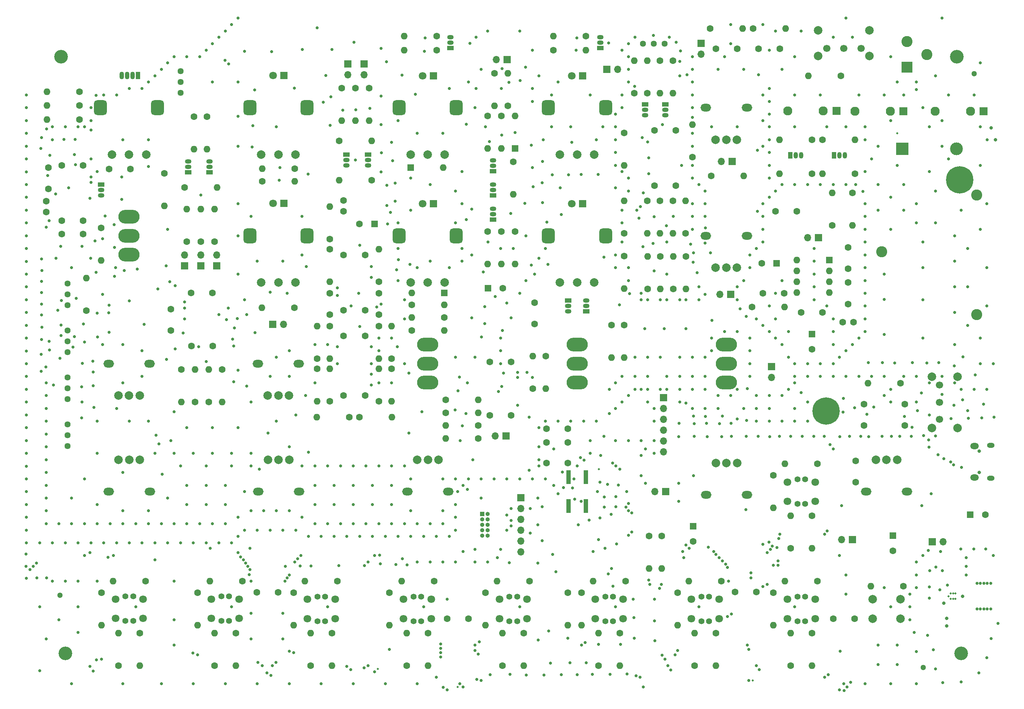
<source format=gbr>
%TF.GenerationSoftware,KiCad,Pcbnew,(6.0.10-0)*%
%TF.CreationDate,2023-01-28T16:50:53+01:00*%
%TF.ProjectId,LivSynth_Hardware,4c697653-796e-4746-985f-486172647761,0v2*%
%TF.SameCoordinates,Original*%
%TF.FileFunction,Soldermask,Top*%
%TF.FilePolarity,Negative*%
%FSLAX46Y46*%
G04 Gerber Fmt 4.6, Leading zero omitted, Abs format (unit mm)*
G04 Created by KiCad (PCBNEW (6.0.10-0)) date 2023-01-28 16:50:53*
%MOMM*%
%LPD*%
G01*
G04 APERTURE LIST*
G04 Aperture macros list*
%AMRoundRect*
0 Rectangle with rounded corners*
0 $1 Rounding radius*
0 $2 $3 $4 $5 $6 $7 $8 $9 X,Y pos of 4 corners*
0 Add a 4 corners polygon primitive as box body*
4,1,4,$2,$3,$4,$5,$6,$7,$8,$9,$2,$3,0*
0 Add four circle primitives for the rounded corners*
1,1,$1+$1,$2,$3*
1,1,$1+$1,$4,$5*
1,1,$1+$1,$6,$7*
1,1,$1+$1,$8,$9*
0 Add four rect primitives between the rounded corners*
20,1,$1+$1,$2,$3,$4,$5,0*
20,1,$1+$1,$4,$5,$6,$7,0*
20,1,$1+$1,$6,$7,$8,$9,0*
20,1,$1+$1,$8,$9,$2,$3,0*%
G04 Aperture macros list end*
%ADD10C,1.800000*%
%ADD11C,1.400000*%
%ADD12O,5.000000X3.200000*%
%ADD13C,1.440000*%
%ADD14C,3.600000*%
%ADD15C,6.400000*%
%ADD16C,2.000000*%
%ADD17O,2.500000X1.800000*%
%ADD18R,1.000000X1.000000*%
%ADD19O,1.000000X1.000000*%
%ADD20RoundRect,0.750000X-0.750000X-1.000000X0.750000X-1.000000X0.750000X1.000000X-0.750000X1.000000X0*%
%ADD21R,1.700000X1.700000*%
%ADD22O,1.700000X1.700000*%
%ADD23C,1.300000*%
%ADD24R,1.830000X1.930000*%
%ADD25C,2.130000*%
%ADD26C,3.200000*%
%ADD27R,1.000000X3.200000*%
%ADD28C,1.600000*%
%ADD29O,1.600000X1.600000*%
%ADD30R,1.800000X1.800000*%
%ADD31R,1.050000X1.500000*%
%ADD32O,1.050000X1.500000*%
%ADD33R,1.500000X1.050000*%
%ADD34O,1.500000X1.050000*%
%ADD35C,2.600000*%
%ADD36R,3.000000X3.000000*%
%ADD37C,3.000000*%
%ADD38O,0.800000X0.800000*%
%ADD39O,1.800000X1.150000*%
%ADD40O,2.000000X1.450000*%
%ADD41R,1.600000X1.600000*%
%ADD42C,1.700000*%
%ADD43R,2.600000X2.600000*%
%ADD44R,1.070000X1.800000*%
%ADD45O,1.070000X1.800000*%
%ADD46C,0.700000*%
%ADD47C,0.800000*%
%ADD48C,0.460000*%
G04 APERTURE END LIST*
D10*
%TO.C,RGB_Pot6*%
X191750000Y-205250000D03*
X198250000Y-205250000D03*
X191750000Y-209750000D03*
X198250000Y-209750000D03*
D11*
X194100000Y-204600000D03*
X195900000Y-204600000D03*
X195900000Y-210400000D03*
X194100000Y-210400000D03*
%TD*%
D12*
%TO.C,SW2*%
X174949200Y-154450000D03*
X174949200Y-150000000D03*
X174949200Y-145550000D03*
%TD*%
D10*
%TO.C,RGB_Pot5*%
X169250000Y-205250000D03*
X175750000Y-205250000D03*
X169250000Y-209750000D03*
X175750000Y-209750000D03*
D11*
X171600000Y-204600000D03*
X173400000Y-204600000D03*
X173400000Y-210400000D03*
X171600000Y-210400000D03*
%TD*%
D13*
%TO.C,RV17*%
X90500000Y-164200000D03*
X90500000Y-166740000D03*
X90500000Y-169280000D03*
%TD*%
D14*
%TO.C,LS1*%
X268350000Y-161106595D03*
D15*
X268350000Y-161106595D03*
D14*
X299650000Y-106893405D03*
D15*
X299650000Y-106893405D03*
%TD*%
D10*
%TO.C,RGB_Pot3*%
X124250000Y-205178932D03*
X130750000Y-205178932D03*
X124250000Y-209678932D03*
X130750000Y-209678932D03*
D11*
X126600000Y-204528932D03*
X128400000Y-204528932D03*
X128400000Y-210328932D03*
X126600000Y-210328932D03*
%TD*%
D16*
%TO.C,SW5*%
X279250000Y-205250000D03*
X285750000Y-205250000D03*
X279250000Y-209750000D03*
X285750000Y-209750000D03*
%TD*%
D13*
%TO.C,RV16*%
X90500000Y-153200000D03*
X90500000Y-155740000D03*
X90500000Y-158280000D03*
%TD*%
D16*
%TO.C,RV21*%
X247500000Y-173250000D03*
X245000000Y-173250000D03*
X242500000Y-173250000D03*
D17*
X249800000Y-180750000D03*
X240200000Y-180750000D03*
%TD*%
D16*
%TO.C,RV19*%
X142500000Y-172500000D03*
X140000000Y-172500000D03*
X137500000Y-172500000D03*
D17*
X144800000Y-180000000D03*
X135200000Y-180000000D03*
%TD*%
D16*
%TO.C,RV14*%
X102449200Y-157500000D03*
X104949200Y-157500000D03*
X107449200Y-157500000D03*
D17*
X100149200Y-150000000D03*
X109749200Y-150000000D03*
%TD*%
D13*
%TO.C,RV12*%
X90500000Y-142200000D03*
X90500000Y-144740000D03*
X90500000Y-147280000D03*
%TD*%
D18*
%TO.C,J302*%
X187750000Y-185250000D03*
D19*
X189020000Y-185250000D03*
X187750000Y-186520000D03*
X189020000Y-186520000D03*
X187750000Y-187790000D03*
X189020000Y-187790000D03*
X187750000Y-189060000D03*
X189020000Y-189060000D03*
X187750000Y-190330000D03*
X189020000Y-190330000D03*
%TD*%
D16*
%TO.C,RV5*%
X205949200Y-101000000D03*
X209949200Y-101000000D03*
X213949200Y-101000000D03*
D20*
X203249200Y-90000000D03*
X216649200Y-90000000D03*
%TD*%
D13*
%TO.C,RV1001*%
X230460000Y-75000000D03*
X227920000Y-75000000D03*
X225380000Y-75000000D03*
%TD*%
D16*
%TO.C,RV15*%
X137449200Y-157500000D03*
X139949200Y-157500000D03*
X142449200Y-157500000D03*
D17*
X135149200Y-150000000D03*
X144749200Y-150000000D03*
%TD*%
D16*
%TO.C,RV6*%
X242449200Y-97500000D03*
X244949200Y-97500000D03*
X247449200Y-97500000D03*
D17*
X240149200Y-90000000D03*
X249749200Y-90000000D03*
%TD*%
D16*
%TO.C,RV4*%
X170949200Y-101000000D03*
X174949200Y-101000000D03*
X178949200Y-101000000D03*
D20*
X168249200Y-90000000D03*
X181649200Y-90000000D03*
%TD*%
D12*
%TO.C,SW4*%
X244949200Y-154450000D03*
X244949200Y-150000000D03*
X244949200Y-145550000D03*
%TD*%
D21*
%TO.C,J19*%
X196750000Y-181400000D03*
D22*
X196750000Y-183940000D03*
X196750000Y-186480000D03*
X196750000Y-189020000D03*
X196750000Y-191560000D03*
X196750000Y-194100000D03*
%TD*%
D16*
%TO.C,RV11*%
X242449200Y-127500000D03*
X244949200Y-127500000D03*
X247449200Y-127500000D03*
D17*
X240149200Y-120000000D03*
X249749200Y-120000000D03*
%TD*%
D12*
%TO.C,SW3*%
X209949200Y-145550000D03*
X209949200Y-150000000D03*
X209949200Y-154450000D03*
%TD*%
D23*
%TO.C,H201*%
X88750000Y-204250000D03*
%TD*%
D16*
%TO.C,RV18*%
X107500000Y-172500000D03*
X105000000Y-172500000D03*
X102500000Y-172500000D03*
D17*
X109800000Y-180000000D03*
X100200000Y-180000000D03*
%TD*%
D16*
%TO.C,RV22*%
X285000000Y-172500000D03*
X282500000Y-172500000D03*
X280000000Y-172500000D03*
D17*
X287300000Y-180000000D03*
X277700000Y-180000000D03*
%TD*%
D16*
%TO.C,RV7*%
X135949200Y-131000000D03*
X139949200Y-131000000D03*
X143949200Y-131000000D03*
D20*
X133249200Y-120000000D03*
X146649200Y-120000000D03*
%TD*%
D16*
%TO.C,RV8*%
X170949200Y-131000000D03*
X174949200Y-131000000D03*
X178949200Y-131000000D03*
D20*
X168249200Y-120000000D03*
X181649200Y-120000000D03*
%TD*%
D16*
%TO.C,RV1*%
X100949200Y-101000000D03*
X104949200Y-101000000D03*
X108949200Y-101000000D03*
D20*
X98249200Y-90000000D03*
X111649200Y-90000000D03*
%TD*%
D24*
%TO.C,J1*%
X305279540Y-90800000D03*
D25*
X302179540Y-90800000D03*
X293879540Y-90800000D03*
%TD*%
D10*
%TO.C,RGB_Pot7*%
X236750000Y-205250000D03*
X243250000Y-205250000D03*
X236750000Y-209750000D03*
X243250000Y-209750000D03*
D11*
X239100000Y-204600000D03*
X240900000Y-204600000D03*
X240900000Y-210400000D03*
X239100000Y-210400000D03*
%TD*%
D24*
%TO.C,J2*%
X270779540Y-90700000D03*
D25*
X267679540Y-90700000D03*
X259379540Y-90700000D03*
%TD*%
D26*
%TO.C,H2*%
X299000000Y-78015000D03*
%TD*%
D24*
%TO.C,J3*%
X286479540Y-90800000D03*
D25*
X283379540Y-90800000D03*
X275079540Y-90800000D03*
%TD*%
D10*
%TO.C,RGB_Pot1*%
X259250000Y-177750000D03*
X265750000Y-177750000D03*
X259250000Y-182250000D03*
X265750000Y-182250000D03*
D11*
X261600000Y-177100000D03*
X263400000Y-177100000D03*
X263400000Y-182900000D03*
X261600000Y-182900000D03*
%TD*%
D16*
%TO.C,RV3*%
X135949200Y-101000000D03*
X139949200Y-101000000D03*
X143949200Y-101000000D03*
D20*
X133249200Y-90000000D03*
X146649200Y-90000000D03*
%TD*%
D13*
%TO.C,RV2*%
X117000000Y-81420000D03*
X117000000Y-83960000D03*
X117000000Y-86500000D03*
%TD*%
D16*
%TO.C,RV20*%
X177500000Y-172500000D03*
X175000000Y-172500000D03*
X172500000Y-172500000D03*
D17*
X179800000Y-180000000D03*
X170200000Y-180000000D03*
%TD*%
D26*
%TO.C,H1*%
X89000000Y-78015000D03*
%TD*%
D10*
%TO.C,RGB_Pot9*%
X259250000Y-205250000D03*
X265750000Y-205250000D03*
X259250000Y-209750000D03*
X265750000Y-209750000D03*
D11*
X261600000Y-204600000D03*
X263400000Y-204600000D03*
X263400000Y-210400000D03*
X261600000Y-210400000D03*
%TD*%
D16*
%TO.C,RV9*%
X205949200Y-131000000D03*
X209949200Y-131000000D03*
X213949200Y-131000000D03*
D20*
X203249200Y-120000000D03*
X216649200Y-120000000D03*
%TD*%
D21*
%TO.C,J4*%
X255500000Y-150725000D03*
D22*
X255500000Y-153265000D03*
%TD*%
D10*
%TO.C,RGB_Pot4*%
X146750000Y-205250000D03*
X153250000Y-205250000D03*
X146750000Y-209750000D03*
X153250000Y-209750000D03*
D11*
X149100000Y-204600000D03*
X150900000Y-204600000D03*
X150900000Y-210400000D03*
X149100000Y-210400000D03*
%TD*%
D10*
%TO.C,RGB_Pot2*%
X101750000Y-205178932D03*
X108250000Y-205178932D03*
X101750000Y-209678932D03*
X108250000Y-209678932D03*
D11*
X104100000Y-204528932D03*
X105900000Y-204528932D03*
X105900000Y-210328932D03*
X104100000Y-210328932D03*
%TD*%
D13*
%TO.C,RV13*%
X90500000Y-131220000D03*
X90500000Y-133760000D03*
X90500000Y-136300000D03*
%TD*%
D27*
%TO.C,SW8*%
X212000000Y-176600000D03*
X212000000Y-183400000D03*
X208000000Y-183400000D03*
X208000000Y-176600000D03*
%TD*%
D26*
%TO.C,H4*%
X300000000Y-217928932D03*
%TD*%
D12*
%TO.C,SW1*%
X104898400Y-124450000D03*
X104898400Y-120000000D03*
X104898400Y-115550000D03*
%TD*%
D26*
%TO.C,H3*%
X90000000Y-217928932D03*
%TD*%
D23*
%TO.C,H202*%
X303000000Y-82000000D03*
%TD*%
D10*
%TO.C,RGB_Pot8*%
X214250000Y-205250000D03*
X220750000Y-205250000D03*
X214250000Y-209750000D03*
X220750000Y-209750000D03*
D11*
X216600000Y-204600000D03*
X218400000Y-204600000D03*
X218400000Y-210400000D03*
X216600000Y-210400000D03*
%TD*%
D23*
%TO.C,H203*%
X291100000Y-221200000D03*
%TD*%
D28*
%TO.C,R65*%
X229400000Y-111790000D03*
D29*
X229400000Y-119410000D03*
%TD*%
D30*
%TO.C,D10*%
X141275000Y-112450000D03*
D10*
X138735000Y-112450000D03*
%TD*%
D28*
%TO.C,R91*%
X163500000Y-158810000D03*
D29*
X163500000Y-151190000D03*
%TD*%
D28*
%TO.C,C52*%
X275250000Y-172750000D03*
X275250000Y-177750000D03*
%TD*%
%TO.C,R89*%
X149000000Y-151190000D03*
D29*
X149000000Y-158810000D03*
%TD*%
D21*
%TO.C,J11*%
X266525000Y-120500000D03*
D22*
X263985000Y-120500000D03*
%TD*%
D28*
%TO.C,R86*%
X179190000Y-161500000D03*
D29*
X186810000Y-161500000D03*
%TD*%
D28*
%TO.C,R702*%
X120400000Y-159010000D03*
D29*
X120400000Y-151390000D03*
%TD*%
D28*
%TO.C,C4*%
X233100000Y-108275000D03*
X228100000Y-108275000D03*
%TD*%
%TO.C,R19*%
X221000000Y-119420000D03*
D29*
X221000000Y-111800000D03*
%TD*%
D28*
%TO.C,R105*%
X143500000Y-203690000D03*
D29*
X143500000Y-211310000D03*
%TD*%
D28*
%TO.C,R127*%
X102500000Y-220810000D03*
D29*
X102500000Y-213190000D03*
%TD*%
D28*
%TO.C,R34*%
X269750000Y-117560000D03*
D29*
X269750000Y-109940000D03*
%TD*%
D28*
%TO.C,R20*%
X232410000Y-78940000D03*
D29*
X232410000Y-86560000D03*
%TD*%
D28*
%TO.C,C53*%
X247000000Y-203500000D03*
X252000000Y-203500000D03*
%TD*%
%TO.C,C301*%
X207810000Y-168500000D03*
X202810000Y-168500000D03*
%TD*%
%TO.C,C41*%
X160250000Y-157500000D03*
X155250000Y-157500000D03*
%TD*%
%TO.C,R124*%
X147500000Y-220810000D03*
D29*
X147500000Y-213190000D03*
%TD*%
D31*
%TO.C,Q3*%
X270230000Y-101140000D03*
D32*
X271500000Y-101140000D03*
X272770000Y-101140000D03*
%TD*%
D28*
%TO.C,R3*%
X223410000Y-86560000D03*
D29*
X223410000Y-78940000D03*
%TD*%
D28*
%TO.C,C7*%
X273500000Y-122750000D03*
X273500000Y-127750000D03*
%TD*%
%TO.C,C210*%
X252500000Y-76200000D03*
X257500000Y-76200000D03*
%TD*%
%TO.C,R107*%
X131500000Y-201000000D03*
D29*
X123880000Y-201000000D03*
%TD*%
D28*
%TO.C,R9*%
X93310000Y-92750000D03*
D29*
X85690000Y-92750000D03*
%TD*%
D28*
%TO.C,R64*%
X199600000Y-155810000D03*
D29*
X199600000Y-148190000D03*
%TD*%
D28*
%TO.C,R16*%
X265060000Y-105500000D03*
D29*
X257440000Y-105500000D03*
%TD*%
D28*
%TO.C,R101*%
X198810000Y-201000000D03*
D29*
X191190000Y-201000000D03*
%TD*%
D28*
%TO.C,R81*%
X265000000Y-185690000D03*
D29*
X265000000Y-193310000D03*
%TD*%
D33*
%TO.C,Q13*%
X118800000Y-105100000D03*
D34*
X118800000Y-103830000D03*
X118800000Y-102560000D03*
%TD*%
D33*
%TO.C,Q502*%
X190240000Y-116220000D03*
D34*
X190240000Y-114950000D03*
X190240000Y-113680000D03*
%TD*%
D28*
%TO.C,R37*%
X221000000Y-95890000D03*
D29*
X221000000Y-103510000D03*
%TD*%
D28*
%TO.C,R95*%
X266310000Y-201000000D03*
D29*
X258690000Y-201000000D03*
%TD*%
D35*
%TO.C,BT1*%
X303600000Y-138500000D03*
X281400000Y-123750000D03*
X303600000Y-110500000D03*
D36*
X286150000Y-99600000D03*
D37*
X298850000Y-99600000D03*
%TD*%
D28*
%TO.C,R52*%
X143810000Y-104250000D03*
D29*
X136190000Y-104250000D03*
%TD*%
D33*
%TO.C,Q5*%
X225910000Y-89230000D03*
D34*
X225910000Y-90500000D03*
X225910000Y-91770000D03*
%TD*%
D28*
%TO.C,R122*%
X170000000Y-220810000D03*
D29*
X170000000Y-213190000D03*
%TD*%
D28*
%TO.C,C54*%
X139887500Y-203625000D03*
X134887500Y-203625000D03*
%TD*%
%TO.C,R57*%
X229500000Y-124885000D03*
D29*
X229500000Y-132505000D03*
%TD*%
D28*
%TO.C,R301*%
X207750000Y-203690000D03*
D29*
X207750000Y-211310000D03*
%TD*%
D28*
%TO.C,R69*%
X178810000Y-139200000D03*
D29*
X171190000Y-139200000D03*
%TD*%
D28*
%TO.C,R123*%
X152500000Y-213190000D03*
D29*
X152500000Y-220810000D03*
%TD*%
D28*
%TO.C,C39*%
X194500000Y-162100000D03*
X189500000Y-162100000D03*
%TD*%
%TO.C,R113*%
X260000000Y-220810000D03*
D29*
X260000000Y-213190000D03*
%TD*%
D28*
%TO.C,R103*%
X188500000Y-203690000D03*
D29*
X188500000Y-211310000D03*
%TD*%
D28*
%TO.C,R33*%
X274500000Y-109940000D03*
D29*
X274500000Y-117560000D03*
%TD*%
D38*
%TO.C,J16*%
X304200000Y-170495000D03*
X304200000Y-175495000D03*
D39*
X306950000Y-176870000D03*
X306950000Y-169120000D03*
D40*
X303150000Y-176720000D03*
X303150000Y-169270000D03*
%TD*%
D33*
%TO.C,Q12*%
X123800000Y-105100000D03*
D34*
X123800000Y-103830000D03*
X123800000Y-102560000D03*
%TD*%
D28*
%TO.C,R201*%
X271760000Y-82500000D03*
D29*
X264140000Y-82500000D03*
%TD*%
D21*
%TO.C,J10*%
X246275000Y-102595000D03*
D22*
X243735000Y-102595000D03*
%TD*%
D28*
%TO.C,R118*%
X215000000Y-220810000D03*
D29*
X215000000Y-213190000D03*
%TD*%
D28*
%TO.C,R87*%
X166500000Y-151190000D03*
D29*
X166500000Y-158810000D03*
%TD*%
D28*
%TO.C,R100*%
X211000000Y-203690000D03*
D29*
X211000000Y-211310000D03*
%TD*%
D28*
%TO.C,R15*%
X265060000Y-97500000D03*
D29*
X257440000Y-97500000D03*
%TD*%
D21*
%TO.C,J8*%
X156250000Y-79725000D03*
D22*
X156250000Y-82265000D03*
%TD*%
D41*
%TO.C,D8*%
X178810000Y-133450000D03*
D29*
X171190000Y-133450000D03*
%TD*%
D28*
%TO.C,R58*%
X226500000Y-132505000D03*
D29*
X226500000Y-124885000D03*
%TD*%
D28*
%TO.C,R17*%
X229410000Y-78940000D03*
D29*
X229410000Y-86560000D03*
%TD*%
D21*
%TO.C,J204*%
X274525000Y-191250000D03*
D22*
X271985000Y-191250000D03*
%TD*%
D41*
%TO.C,C11*%
X162457953Y-117250000D03*
D28*
X158957953Y-117250000D03*
%TD*%
%TO.C,C2*%
X261500000Y-114250000D03*
X256500000Y-114250000D03*
%TD*%
%TO.C,R62*%
X235400000Y-119410000D03*
D29*
X235400000Y-111790000D03*
%TD*%
D28*
%TO.C,R51*%
X125000000Y-121410000D03*
D29*
X125000000Y-113790000D03*
%TD*%
D33*
%TO.C,Q9*%
X160970000Y-100980000D03*
D34*
X160970000Y-102250000D03*
X160970000Y-103520000D03*
%TD*%
D21*
%TO.C,J13*%
X121750000Y-127100000D03*
D22*
X121750000Y-124560000D03*
%TD*%
D28*
%TO.C,R61*%
X202600000Y-148190000D03*
D29*
X202600000Y-155810000D03*
%TD*%
D28*
%TO.C,C10*%
X124500000Y-133400000D03*
X119500000Y-133400000D03*
%TD*%
%TO.C,R32*%
X113200000Y-105400000D03*
D29*
X113200000Y-113020000D03*
%TD*%
D28*
%TO.C,C29*%
X160250000Y-137500000D03*
X155250000Y-137500000D03*
%TD*%
%TO.C,R14*%
X275060000Y-105500000D03*
D29*
X267440000Y-105500000D03*
%TD*%
D28*
%TO.C,R73*%
X171190000Y-136200000D03*
D29*
X178810000Y-136200000D03*
%TD*%
D28*
%TO.C,R125*%
X130000000Y-213190000D03*
D29*
X130000000Y-220810000D03*
%TD*%
D21*
%TO.C,J12*%
X125500000Y-127100000D03*
D22*
X125500000Y-124560000D03*
%TD*%
D28*
%TO.C,C38*%
X270000000Y-209750000D03*
X275000000Y-209750000D03*
%TD*%
%TO.C,C18*%
X94200000Y-116500000D03*
X89200000Y-116500000D03*
%TD*%
D16*
%TO.C,SW7*%
X299167500Y-165042500D03*
X299167500Y-153042500D03*
X293167500Y-165042500D03*
X293167500Y-153042500D03*
D42*
X294917500Y-155042500D03*
X294917500Y-159042500D03*
X294917500Y-163042500D03*
%TD*%
D21*
%TO.C,J203*%
X230250000Y-158000000D03*
D22*
X230250000Y-160540000D03*
X230250000Y-163080000D03*
X230250000Y-165620000D03*
X230250000Y-168160000D03*
X230250000Y-170700000D03*
%TD*%
D28*
%TO.C,R29*%
X154190000Y-97750000D03*
D29*
X161810000Y-97750000D03*
%TD*%
D41*
%TO.C,C20*%
X302147349Y-185400000D03*
D28*
X305647349Y-185400000D03*
%TD*%
%TO.C,R106*%
X153810000Y-201000000D03*
D29*
X146190000Y-201000000D03*
%TD*%
D41*
%TO.C,C22*%
X265000000Y-143097349D03*
D28*
X265000000Y-146597349D03*
%TD*%
%TO.C,R80*%
X260000000Y-193310000D03*
D29*
X260000000Y-185690000D03*
%TD*%
D28*
%TO.C,R501*%
X192200000Y-118990000D03*
D29*
X192200000Y-126610000D03*
%TD*%
D43*
%TO.C,J5*%
X287250000Y-80515000D03*
D35*
X287250000Y-74515000D03*
X291950000Y-77515000D03*
%TD*%
D28*
%TO.C,R68*%
X218000000Y-140990000D03*
D29*
X218000000Y-148610000D03*
%TD*%
D28*
%TO.C,C17*%
X86000000Y-109000000D03*
X86000000Y-104000000D03*
%TD*%
%TO.C,R22*%
X195400000Y-118990000D03*
D29*
X195400000Y-126610000D03*
%TD*%
D28*
%TO.C,R30*%
X136190000Y-107250000D03*
D29*
X143810000Y-107250000D03*
%TD*%
D33*
%TO.C,Q6*%
X230660000Y-89230000D03*
D34*
X230660000Y-90500000D03*
X230660000Y-91770000D03*
%TD*%
D28*
%TO.C,C49*%
X207810000Y-173250000D03*
X202810000Y-173250000D03*
%TD*%
%TO.C,R28*%
X158000000Y-85440000D03*
D29*
X158000000Y-93060000D03*
%TD*%
D28*
%TO.C,R41*%
X221000000Y-140980000D03*
D29*
X221000000Y-148600000D03*
%TD*%
D28*
%TO.C,R75*%
X143685000Y-136850000D03*
D29*
X136065000Y-136850000D03*
%TD*%
D28*
%TO.C,C9*%
X258500000Y-133500000D03*
X253500000Y-133500000D03*
%TD*%
D30*
%TO.C,D4*%
X141275000Y-82450000D03*
D10*
X138735000Y-82450000D03*
%TD*%
D33*
%TO.C,Q10*%
X155860000Y-101000000D03*
D34*
X155860000Y-102270000D03*
X155860000Y-103540000D03*
%TD*%
D28*
%TO.C,R40*%
X221000000Y-124790000D03*
D29*
X221000000Y-132410000D03*
%TD*%
D28*
%TO.C,C6*%
X273500000Y-136000000D03*
X273500000Y-131000000D03*
%TD*%
D21*
%TO.C,J201*%
X293250000Y-191750000D03*
D22*
X295790000Y-191750000D03*
%TD*%
D28*
%TO.C,C40*%
X114750000Y-142250000D03*
X114750000Y-137250000D03*
%TD*%
D41*
%TO.C,C51*%
X237200000Y-188147349D03*
D28*
X237200000Y-191647349D03*
%TD*%
%TO.C,R92*%
X158940000Y-162500000D03*
D29*
X166560000Y-162500000D03*
%TD*%
D33*
%TO.C,Q7*%
X190240000Y-104875000D03*
D34*
X190240000Y-103605000D03*
X190240000Y-102335000D03*
%TD*%
D28*
%TO.C,R66*%
X237000000Y-101560000D03*
D29*
X237000000Y-93940000D03*
%TD*%
D21*
%TO.C,J14*%
X138600000Y-140800000D03*
D22*
X141140000Y-140800000D03*
%TD*%
D28*
%TO.C,R53*%
X120200000Y-92090000D03*
D29*
X120200000Y-99710000D03*
%TD*%
D28*
%TO.C,R6*%
X177060000Y-76500000D03*
D29*
X169440000Y-76500000D03*
%TD*%
D28*
%TO.C,R23*%
X189000000Y-91915000D03*
D29*
X189000000Y-99535000D03*
%TD*%
D28*
%TO.C,C30*%
X152000000Y-138500000D03*
X152000000Y-133500000D03*
%TD*%
%TO.C,C21*%
X262500000Y-138000000D03*
X267500000Y-138000000D03*
%TD*%
%TO.C,R13*%
X267440000Y-97500000D03*
D29*
X275060000Y-97500000D03*
%TD*%
D21*
%TO.C,J301*%
X230775000Y-180000000D03*
D22*
X228235000Y-180000000D03*
%TD*%
D28*
%TO.C,R121*%
X192500000Y-220810000D03*
D29*
X192500000Y-213190000D03*
%TD*%
D28*
%TO.C,R102*%
X176500000Y-201000000D03*
D29*
X168880000Y-201000000D03*
%TD*%
D30*
%TO.C,D6*%
X211275000Y-112500000D03*
D10*
X208735000Y-112500000D03*
%TD*%
D28*
%TO.C,C42*%
X179500000Y-209750000D03*
X184500000Y-209750000D03*
%TD*%
D30*
%TO.C,D9*%
X176275000Y-112500000D03*
D10*
X173735000Y-112500000D03*
%TD*%
D28*
%TO.C,R24*%
X195000000Y-102690000D03*
D29*
X195000000Y-110310000D03*
%TD*%
D28*
%TO.C,R206*%
X241190000Y-71450000D03*
D29*
X248810000Y-71450000D03*
%TD*%
D28*
%TO.C,R704*%
X126800000Y-151390000D03*
D29*
X126800000Y-159010000D03*
%TD*%
D28*
%TO.C,R63*%
X232500000Y-132505000D03*
D29*
X232500000Y-124885000D03*
%TD*%
D28*
%TO.C,C16*%
X85500000Y-111950000D03*
X85500000Y-114450000D03*
%TD*%
%TO.C,C209*%
X242500000Y-76200000D03*
X247500000Y-76200000D03*
%TD*%
%TO.C,C34*%
X277250000Y-164500000D03*
X277250000Y-159500000D03*
%TD*%
%TO.C,R88*%
X152000000Y-158810000D03*
D29*
X152000000Y-151190000D03*
%TD*%
D21*
%TO.C,J7*%
X193525000Y-78750000D03*
D22*
X190985000Y-78750000D03*
%TD*%
D28*
%TO.C,R93*%
X285810000Y-154600000D03*
D29*
X278190000Y-154600000D03*
%TD*%
D28*
%TO.C,R77*%
X152000000Y-141190000D03*
D29*
X152000000Y-148810000D03*
%TD*%
D28*
%TO.C,R126*%
X125000000Y-220810000D03*
D29*
X125000000Y-213190000D03*
%TD*%
D33*
%TO.C,Q501*%
X190240000Y-110520000D03*
D34*
X190240000Y-109250000D03*
X190240000Y-107980000D03*
%TD*%
D28*
%TO.C,TH1*%
X117990000Y-108700000D03*
D29*
X125610000Y-108700000D03*
%TD*%
D28*
%TO.C,R111*%
X229800000Y-190390000D03*
D29*
X229800000Y-198010000D03*
%TD*%
D28*
%TO.C,R82*%
X256000000Y-176190000D03*
D29*
X256000000Y-183810000D03*
%TD*%
D28*
%TO.C,R128*%
X107500000Y-213190000D03*
D29*
X107500000Y-220810000D03*
%TD*%
D28*
%TO.C,C14*%
X89200000Y-119600000D03*
X94200000Y-119600000D03*
%TD*%
%TO.C,C28*%
X155250000Y-143500000D03*
X160250000Y-143500000D03*
%TD*%
%TO.C,C27*%
X163500000Y-133500000D03*
X163500000Y-138500000D03*
%TD*%
D21*
%TO.C,J18*%
X246000000Y-133750000D03*
D22*
X243460000Y-133750000D03*
%TD*%
D28*
%TO.C,R98*%
X233500000Y-203690000D03*
D29*
X233500000Y-211310000D03*
%TD*%
D28*
%TO.C,R44*%
X163500000Y-130810000D03*
D29*
X163500000Y-123190000D03*
%TD*%
D30*
%TO.C,D3*%
X176275000Y-82500000D03*
D10*
X173735000Y-82500000D03*
%TD*%
D28*
%TO.C,R5*%
X204440000Y-76500000D03*
D29*
X212060000Y-76500000D03*
%TD*%
D28*
%TO.C,R7*%
X190630000Y-81940000D03*
D29*
X190630000Y-89560000D03*
%TD*%
D28*
%TO.C,R207*%
X251190000Y-71450000D03*
D29*
X258810000Y-71450000D03*
%TD*%
D28*
%TO.C,R70*%
X171190000Y-142200000D03*
D29*
X178810000Y-142200000D03*
%TD*%
D28*
%TO.C,R35*%
X241440000Y-106000000D03*
D29*
X249060000Y-106000000D03*
%TD*%
D41*
%TO.C,C8*%
X256750000Y-126500000D03*
D28*
X253250000Y-126500000D03*
%TD*%
%TO.C,R10*%
X93310000Y-86250000D03*
D29*
X85690000Y-86250000D03*
%TD*%
D28*
%TO.C,R83*%
X186810000Y-167500000D03*
D29*
X179190000Y-167500000D03*
%TD*%
D28*
%TO.C,R31*%
X123200000Y-92090000D03*
D29*
X123200000Y-99710000D03*
%TD*%
D28*
%TO.C,R25*%
X161250000Y-85440000D03*
D29*
X161250000Y-93060000D03*
%TD*%
D28*
%TO.C,R59*%
X250940000Y-136750000D03*
D29*
X258560000Y-136750000D03*
%TD*%
D31*
%TO.C,Q4*%
X259980000Y-101140000D03*
D32*
X261250000Y-101140000D03*
X262520000Y-101140000D03*
%TD*%
D28*
%TO.C,C37*%
X207810000Y-165250000D03*
X202810000Y-165250000D03*
%TD*%
%TO.C,C23*%
X200000000Y-135700000D03*
X200000000Y-140700000D03*
%TD*%
%TO.C,R76*%
X149000000Y-148810000D03*
D29*
X149000000Y-141190000D03*
%TD*%
D28*
%TO.C,C35*%
X286750000Y-164500000D03*
X286750000Y-159500000D03*
%TD*%
%TO.C,R85*%
X186810000Y-164500000D03*
D29*
X179190000Y-164500000D03*
%TD*%
D28*
%TO.C,R119*%
X197500000Y-213190000D03*
D29*
X197500000Y-220810000D03*
%TD*%
D28*
%TO.C,R703*%
X123600000Y-159010000D03*
D29*
X123600000Y-151390000D03*
%TD*%
D28*
%TO.C,R79*%
X266310000Y-173500000D03*
D29*
X258690000Y-173500000D03*
%TD*%
D41*
%TO.C,D7*%
X195400000Y-99560000D03*
D29*
X195400000Y-91940000D03*
%TD*%
D28*
%TO.C,C25*%
X194500000Y-149600000D03*
X189500000Y-149600000D03*
%TD*%
%TO.C,R48*%
X161810000Y-107000000D03*
D29*
X154190000Y-107000000D03*
%TD*%
D28*
%TO.C,R38*%
X226410000Y-86560000D03*
D29*
X226410000Y-78940000D03*
%TD*%
D33*
%TO.C,Q16*%
X212140000Y-137770000D03*
D34*
X212140000Y-136500000D03*
X212140000Y-135230000D03*
%TD*%
D28*
%TO.C,R26*%
X154750000Y-85440000D03*
D29*
X154750000Y-93060000D03*
%TD*%
D28*
%TO.C,C5*%
X105300000Y-104400000D03*
X100300000Y-104400000D03*
%TD*%
%TO.C,R110*%
X108810000Y-201000000D03*
D29*
X101190000Y-201000000D03*
%TD*%
D28*
%TO.C,R99*%
X243810000Y-201000000D03*
D29*
X236190000Y-201000000D03*
%TD*%
D28*
%TO.C,R54*%
X98400000Y-118190000D03*
D29*
X98400000Y-125810000D03*
%TD*%
D28*
%TO.C,R84*%
X179190000Y-158500000D03*
D29*
X186810000Y-158500000D03*
%TD*%
D28*
%TO.C,R47*%
X152000000Y-123190000D03*
D29*
X152000000Y-130810000D03*
%TD*%
D28*
%TO.C,R97*%
X286410000Y-202200000D03*
D29*
X278790000Y-202200000D03*
%TD*%
D28*
%TO.C,R45*%
X192200000Y-91915000D03*
D29*
X192200000Y-99535000D03*
%TD*%
D28*
%TO.C,R112*%
X226800000Y-190390000D03*
D29*
X226800000Y-198010000D03*
%TD*%
D41*
%TO.C,C501*%
X189047349Y-132300000D03*
D28*
X192547349Y-132300000D03*
%TD*%
%TO.C,R27*%
X177060000Y-73250000D03*
D29*
X169440000Y-73250000D03*
%TD*%
D28*
%TO.C,R60*%
X226400000Y-111790000D03*
D29*
X226400000Y-119410000D03*
%TD*%
D21*
%TO.C,J17*%
X193275000Y-166900000D03*
D22*
X190735000Y-166900000D03*
%TD*%
D28*
%TO.C,C13*%
X155250000Y-114250000D03*
X155250000Y-111750000D03*
%TD*%
D21*
%TO.C,J15*%
X118000000Y-127100000D03*
D22*
X118000000Y-124560000D03*
%TD*%
D28*
%TO.C,R71*%
X166500000Y-148810000D03*
D29*
X166500000Y-141190000D03*
%TD*%
D28*
%TO.C,R39*%
X235500000Y-124885000D03*
D29*
X235500000Y-132505000D03*
%TD*%
D28*
%TO.C,R701*%
X117200000Y-151390000D03*
D29*
X117200000Y-159010000D03*
%TD*%
D28*
%TO.C,R116*%
X220000000Y-213190000D03*
D29*
X220000000Y-220810000D03*
%TD*%
D28*
%TO.C,R115*%
X237500000Y-220810000D03*
D29*
X237500000Y-213190000D03*
%TD*%
D28*
%TO.C,R109*%
X98500000Y-203690000D03*
D29*
X98500000Y-211310000D03*
%TD*%
D28*
%TO.C,R94*%
X256000000Y-203690000D03*
D29*
X256000000Y-211310000D03*
%TD*%
D28*
%TO.C,R8*%
X93310000Y-89500000D03*
D29*
X85690000Y-89500000D03*
%TD*%
D28*
%TO.C,C15*%
X94200000Y-103500000D03*
X89200000Y-103500000D03*
%TD*%
%TO.C,C12*%
X160250000Y-124500000D03*
X155250000Y-124500000D03*
%TD*%
%TO.C,C24*%
X124525000Y-145900000D03*
X119525000Y-145900000D03*
%TD*%
D33*
%TO.C,Q1*%
X215390000Y-76020000D03*
D34*
X215390000Y-74750000D03*
X215390000Y-73480000D03*
%TD*%
D16*
%TO.C,SW6*%
X278500000Y-71832500D03*
X278500000Y-77832500D03*
X266500000Y-77832500D03*
X266500000Y-71832500D03*
D42*
X268500000Y-76082500D03*
X272500000Y-76082500D03*
X276500000Y-76082500D03*
%TD*%
D41*
%TO.C,D11*%
X170940000Y-104000000D03*
D29*
X178560000Y-104000000D03*
%TD*%
D41*
%TO.C,C31*%
X284000000Y-190347349D03*
D28*
X284000000Y-193847349D03*
%TD*%
%TO.C,C19*%
X274750000Y-140250000D03*
X272250000Y-140250000D03*
%TD*%
%TO.C,C3*%
X233100000Y-95275000D03*
X228100000Y-95275000D03*
%TD*%
D33*
%TO.C,Q2*%
X180250000Y-76000000D03*
D34*
X180250000Y-74730000D03*
X180250000Y-73460000D03*
%TD*%
D28*
%TO.C,R72*%
X193770000Y-89560000D03*
D29*
X193770000Y-81940000D03*
%TD*%
D21*
%TO.C,J202*%
X239000000Y-74925000D03*
D22*
X239000000Y-77465000D03*
%TD*%
D28*
%TO.C,R117*%
X242500000Y-213190000D03*
D29*
X242500000Y-220810000D03*
%TD*%
D28*
%TO.C,R120*%
X175000000Y-213190000D03*
D29*
X175000000Y-220810000D03*
%TD*%
D44*
%TO.C,D5*%
X107040000Y-82450000D03*
D45*
X105770000Y-82450000D03*
X104500000Y-82450000D03*
X103230000Y-82450000D03*
%TD*%
D28*
%TO.C,R49*%
X152000000Y-120810000D03*
D29*
X152000000Y-113190000D03*
%TD*%
D28*
%TO.C,R104*%
X166000000Y-203690000D03*
D29*
X166000000Y-211310000D03*
%TD*%
D21*
%TO.C,J6*%
X216925000Y-81000000D03*
D22*
X219465000Y-81000000D03*
%TD*%
D30*
%TO.C,D2*%
X211275000Y-82500000D03*
D10*
X208735000Y-82500000D03*
%TD*%
D28*
%TO.C,R74*%
X163500000Y-141190000D03*
D29*
X163500000Y-148810000D03*
%TD*%
D28*
%TO.C,R114*%
X265000000Y-213190000D03*
D29*
X265000000Y-220810000D03*
%TD*%
D28*
%TO.C,R55*%
X118500000Y-121385000D03*
D29*
X118500000Y-113765000D03*
%TD*%
D41*
%TO.C,U2*%
X269050000Y-125700000D03*
D29*
X269050000Y-128240000D03*
X269050000Y-130780000D03*
X269050000Y-133320000D03*
X261430000Y-133320000D03*
X261430000Y-130780000D03*
X261430000Y-128240000D03*
X261430000Y-125700000D03*
%TD*%
D33*
%TO.C,Q14*%
X98360000Y-107980000D03*
D34*
X98360000Y-109250000D03*
X98360000Y-110520000D03*
%TD*%
D21*
%TO.C,J9*%
X160000000Y-79705000D03*
D22*
X160000000Y-82245000D03*
%TD*%
D28*
%TO.C,R4*%
X212060000Y-73250000D03*
D29*
X204440000Y-73250000D03*
%TD*%
D28*
%TO.C,R78*%
X94900000Y-137560000D03*
D29*
X94900000Y-129940000D03*
%TD*%
D28*
%TO.C,R50*%
X121750000Y-121385000D03*
D29*
X121750000Y-113765000D03*
%TD*%
D33*
%TO.C,Q15*%
X207860000Y-135230000D03*
D34*
X207860000Y-136500000D03*
X207860000Y-137770000D03*
%TD*%
D28*
%TO.C,R67*%
X232400000Y-111790000D03*
D29*
X232400000Y-119410000D03*
%TD*%
D28*
%TO.C,R96*%
X221310000Y-201000000D03*
D29*
X213690000Y-201000000D03*
%TD*%
D28*
%TO.C,R108*%
X121000000Y-203690000D03*
D29*
X121000000Y-211310000D03*
%TD*%
D28*
%TO.C,R90*%
X156560000Y-162500000D03*
D29*
X148940000Y-162500000D03*
%TD*%
D28*
%TO.C,R43*%
X189000000Y-118990000D03*
D29*
X189000000Y-126610000D03*
%TD*%
D46*
X289750000Y-161000000D03*
X199500000Y-85500000D03*
X192250000Y-85500000D03*
X186250000Y-85500000D03*
X87235000Y-155015000D03*
X262500000Y-156750000D03*
X289500000Y-85750000D03*
X185250000Y-113750000D03*
X185250000Y-124500000D03*
X96000000Y-95250000D03*
X194500000Y-139250000D03*
X301500000Y-161000000D03*
X185250000Y-139250000D03*
X186250000Y-73500000D03*
X149000000Y-71250000D03*
X129250000Y-144250000D03*
X199500000Y-76500000D03*
X225250000Y-97000000D03*
X95750000Y-111250000D03*
X115750000Y-131750000D03*
X247500000Y-163000000D03*
X121250000Y-146000000D03*
X135500000Y-174750000D03*
X192500000Y-142250000D03*
X228000000Y-128250000D03*
X158000000Y-102250000D03*
X133750000Y-99250000D03*
X134500000Y-142750000D03*
X156950500Y-136500000D03*
X190500000Y-177000000D03*
X123000000Y-178500000D03*
X133500000Y-184500000D03*
X276000000Y-87000000D03*
X139500000Y-94500000D03*
X100166684Y-138106654D03*
X167493384Y-197062906D03*
X158056858Y-90476501D03*
X249578255Y-138935192D03*
X93907983Y-158960082D03*
X220128929Y-215786610D03*
X265500000Y-126000000D03*
X241544186Y-139837176D03*
X132000000Y-135000000D03*
X92112984Y-143663872D03*
X160062386Y-221287308D03*
X199674822Y-108558274D03*
X171000000Y-190500000D03*
X88500000Y-187500000D03*
X276000000Y-144000000D03*
X261000000Y-154500000D03*
X249000000Y-130500000D03*
X237000000Y-78000000D03*
X298500000Y-126000000D03*
X209959534Y-222885998D03*
X97243175Y-87078516D03*
X108000000Y-147000000D03*
X118500000Y-78000000D03*
X246049205Y-163999139D03*
X181500000Y-177000000D03*
X162000000Y-178500000D03*
X194444557Y-114759873D03*
X148500000Y-183000000D03*
X206750000Y-179060000D03*
X211500000Y-163500000D03*
X250500000Y-150000000D03*
X235471661Y-141775215D03*
X304500000Y-79500000D03*
X92346037Y-97454529D03*
D47*
X300300000Y-204500000D03*
D46*
X261000000Y-108000000D03*
X87750000Y-110250000D03*
X103500000Y-225000000D03*
X101489185Y-117404391D03*
X256500000Y-109500000D03*
X289500000Y-202500000D03*
X238500000Y-207000000D03*
X277500000Y-124500000D03*
X92401782Y-103383744D03*
X220500000Y-90000000D03*
X306000000Y-127500000D03*
X300100000Y-174300000D03*
X152527721Y-76354786D03*
X240000000Y-109500000D03*
X129000000Y-207000000D03*
X254950000Y-191820000D03*
X80879484Y-180013421D03*
X109500000Y-184500000D03*
X253500000Y-118500000D03*
X219000000Y-160500000D03*
X111000000Y-82500000D03*
X286500000Y-114000000D03*
X222000000Y-81000000D03*
X167325807Y-111906099D03*
X267878150Y-167036588D03*
X80879484Y-126013421D03*
X249609759Y-167036588D03*
X94500000Y-94500000D03*
X151500000Y-145500000D03*
X306018656Y-218898149D03*
X99975571Y-195396741D03*
X283500000Y-118500000D03*
X178500000Y-184500000D03*
X300000000Y-156000000D03*
X205500000Y-84000000D03*
X183000000Y-126000000D03*
X273000000Y-108049315D03*
X289500000Y-112500000D03*
X231890000Y-221770000D03*
X150000000Y-190500000D03*
X288000000Y-207000000D03*
X168000000Y-93000000D03*
X298381484Y-150490254D03*
X222000000Y-84000000D03*
X187961908Y-128474219D03*
X162000000Y-183000000D03*
X262500000Y-72000000D03*
X232500000Y-115500000D03*
X96000000Y-102000000D03*
X290679469Y-156842816D03*
X120000000Y-225000000D03*
X157500000Y-174000000D03*
X164092457Y-100534237D03*
X228000000Y-171000000D03*
X165000000Y-225000000D03*
X151500000Y-207000000D03*
X249910000Y-215970000D03*
X198000000Y-130500000D03*
X285000000Y-84000000D03*
X202862099Y-116845191D03*
X240444614Y-167100320D03*
X304500000Y-118500000D03*
X277500000Y-118500000D03*
X270000000Y-108000000D03*
X294772713Y-149788549D03*
X253500000Y-70500000D03*
X216000000Y-94500000D03*
X219000000Y-103500000D03*
X258000000Y-157500000D03*
X181500000Y-183000000D03*
X146923866Y-105569551D03*
X169500000Y-187500000D03*
X221663931Y-222732498D03*
X106827277Y-127820402D03*
X202500000Y-123000000D03*
X159000000Y-190500000D03*
X171000000Y-177000000D03*
X133500000Y-208500000D03*
X80879484Y-144013421D03*
X178500000Y-196500000D03*
X255000000Y-157500000D03*
X80879484Y-165013421D03*
X112500000Y-81000000D03*
X233854742Y-163999139D03*
X273000000Y-94500000D03*
X283500000Y-111000000D03*
X124500000Y-84000000D03*
X204000000Y-94500000D03*
X222247799Y-133578845D03*
X130500000Y-84000000D03*
X199450668Y-104000471D03*
X130485890Y-92045580D03*
X201000000Y-172500000D03*
X216350000Y-181210000D03*
X233774188Y-167072055D03*
X133922922Y-94212404D03*
X96690461Y-160262518D03*
X221630000Y-179950000D03*
D48*
X285000000Y-96000000D03*
D46*
X260024449Y-167036588D03*
X219000000Y-207000000D03*
X183000000Y-123000000D03*
X307721393Y-162536516D03*
X96000000Y-93000000D03*
X181500000Y-189000000D03*
X136500000Y-184500000D03*
X261000000Y-163500000D03*
X211880000Y-215370000D03*
X93000000Y-207000000D03*
X277500000Y-97500000D03*
X286728644Y-162392066D03*
X233217656Y-74637449D03*
X300453185Y-148418553D03*
X80879484Y-105013421D03*
X92566806Y-134649319D03*
X142500000Y-153000000D03*
X180000000Y-85500000D03*
X109500000Y-84000000D03*
X219000000Y-124500000D03*
X142500000Y-147000000D03*
X288557608Y-149788549D03*
X118000000Y-139500000D03*
X295500000Y-69000000D03*
X188303901Y-140647687D03*
X192000000Y-123000000D03*
X183073422Y-164573526D03*
X252000000Y-139500000D03*
D48*
X297050000Y-204500000D03*
D46*
X80879484Y-159013421D03*
X80879484Y-123013421D03*
X276445001Y-167029666D03*
X265500000Y-129000000D03*
X154500000Y-187500000D03*
X258000000Y-81000000D03*
X292292892Y-193745940D03*
X244500000Y-78000000D03*
X283500000Y-156000000D03*
X181500000Y-148500000D03*
X234000000Y-135000000D03*
X89655378Y-97395393D03*
X182570401Y-168044365D03*
X247500000Y-156000000D03*
X181500000Y-109500000D03*
X240000000Y-112500000D03*
X222000000Y-130500000D03*
X205500000Y-163500000D03*
X94500000Y-177000000D03*
X259500000Y-148500000D03*
X237000000Y-87000000D03*
X306000000Y-112500000D03*
X212790000Y-186650000D03*
X118500000Y-165000000D03*
X282000000Y-87000000D03*
X250500000Y-127500000D03*
X150000000Y-225000000D03*
X87000000Y-97500000D03*
X220500000Y-105000000D03*
X244035238Y-162295012D03*
X80879484Y-177013421D03*
X101807635Y-127446599D03*
X115500000Y-187500000D03*
X261000000Y-153000000D03*
D48*
X215057273Y-174771580D03*
D46*
X270000000Y-73500000D03*
X135000000Y-126000000D03*
X231557556Y-73463232D03*
X115500000Y-201000000D03*
X257230000Y-190950000D03*
X282000000Y-157500000D03*
X228194523Y-214965859D03*
X213566791Y-222847623D03*
X145500000Y-186000000D03*
X295535063Y-157204723D03*
X85500000Y-166500000D03*
X288505105Y-164910999D03*
X271500000Y-195000000D03*
X291153438Y-166866692D03*
X277500000Y-105000000D03*
X295500000Y-93000000D03*
X281979549Y-134903204D03*
X238500000Y-132000000D03*
X148500000Y-145500000D03*
X279000000Y-153000000D03*
X184500000Y-177000000D03*
X213000000Y-171000000D03*
X277500000Y-115500000D03*
X114000000Y-118500000D03*
X291000000Y-127500000D03*
X144000000Y-189000000D03*
X144000000Y-162000000D03*
X259500000Y-156000000D03*
X285000000Y-220500000D03*
X138000000Y-189000000D03*
X298500000Y-145500000D03*
X192000000Y-150000000D03*
X246000000Y-75000000D03*
X87000000Y-201000000D03*
X243000000Y-157500000D03*
X186470000Y-223980000D03*
X292457233Y-169555769D03*
X84469184Y-125469986D03*
X255000000Y-111000000D03*
X267000000Y-108000000D03*
X237000000Y-160500000D03*
X91500000Y-127500000D03*
X249000000Y-160500000D03*
X80879484Y-147013421D03*
X285000000Y-103500000D03*
X119913952Y-217824022D03*
X174000000Y-207000000D03*
X129000000Y-70500000D03*
X167350777Y-107661182D03*
X202500000Y-163500000D03*
X114000000Y-181500000D03*
X252000000Y-163500000D03*
X236986698Y-92268425D03*
X264000000Y-153000000D03*
X223244770Y-209492014D03*
X192000000Y-147000000D03*
X286500000Y-153000000D03*
X204157906Y-105718987D03*
X162000000Y-190500000D03*
X103500000Y-175500000D03*
X128187783Y-136969122D03*
X163500000Y-144000000D03*
X80879484Y-129013421D03*
X174145252Y-76745151D03*
X255000000Y-85500000D03*
X168000000Y-123000000D03*
X98746010Y-120700343D03*
X225363109Y-122587948D03*
X295675969Y-224787223D03*
X234059430Y-79160398D03*
X222000000Y-109500000D03*
X273000000Y-204000000D03*
X108000000Y-85500000D03*
X280500000Y-220500000D03*
X87814105Y-125304073D03*
X240000000Y-156000000D03*
X85500000Y-181500000D03*
X85500000Y-169500000D03*
X127500000Y-178500000D03*
X278319206Y-167070410D03*
X220500000Y-87000000D03*
X220500000Y-76500000D03*
X147000000Y-190500000D03*
X246000000Y-70500000D03*
X214750000Y-180000000D03*
X255000000Y-160500000D03*
X274090000Y-224710000D03*
X153000000Y-183000000D03*
X258000000Y-163500000D03*
X186000000Y-193500000D03*
X91500000Y-181500000D03*
X117000000Y-174000000D03*
X80879484Y-111013421D03*
X202500000Y-177000000D03*
X204000000Y-87000000D03*
X293467567Y-217094620D03*
X247500000Y-94500000D03*
X268500000Y-94500000D03*
X141000000Y-214500000D03*
X237000000Y-90000000D03*
X261000000Y-160500000D03*
X172500000Y-225000000D03*
X80759658Y-194667374D03*
X199224442Y-126903746D03*
X169500000Y-150000000D03*
X219924274Y-136176434D03*
X255000000Y-100500000D03*
X270000000Y-145500000D03*
X165403109Y-108160584D03*
X231000000Y-156000000D03*
X283500000Y-78000000D03*
X253500000Y-141000000D03*
X243000000Y-160500000D03*
X84469184Y-130677936D03*
X87000000Y-94500000D03*
X166500000Y-154500000D03*
X240000000Y-153000000D03*
X300330339Y-158501559D03*
X209888490Y-73633262D03*
X276969727Y-109623947D03*
X91500000Y-225000000D03*
X108000000Y-192000000D03*
X253500000Y-112500000D03*
X301500000Y-123000000D03*
X112500000Y-187500000D03*
X94500000Y-195000000D03*
X298309688Y-159707918D03*
X96492010Y-149373344D03*
X289500000Y-153000000D03*
X80879484Y-135013421D03*
X301709316Y-162831225D03*
X85593314Y-200245814D03*
X252000000Y-123000000D03*
X117000000Y-192000000D03*
X289500000Y-159000000D03*
X133500000Y-115500000D03*
X80879484Y-150013421D03*
X166738835Y-102456996D03*
X80879484Y-174013421D03*
X293000000Y-180500000D03*
X229320000Y-202690000D03*
X97500000Y-183000000D03*
X189000000Y-72000000D03*
X160500000Y-187500000D03*
X80879484Y-96013421D03*
X181500000Y-196500000D03*
X201000000Y-169500000D03*
X193500000Y-177000000D03*
X223800000Y-223130000D03*
X201000000Y-82500000D03*
X219000000Y-100500000D03*
X184500000Y-84000000D03*
X307500000Y-195000000D03*
X109500000Y-163500000D03*
X172500000Y-196500000D03*
X96526676Y-151938682D03*
X238500000Y-108000000D03*
X102000000Y-160500000D03*
X163834491Y-196950325D03*
X80879484Y-171013421D03*
X157500000Y-178500000D03*
X133500000Y-214500000D03*
X283500000Y-159000000D03*
X102000000Y-192000000D03*
X135000000Y-189000000D03*
X199226514Y-98770207D03*
X163500000Y-147000000D03*
X103500000Y-187500000D03*
X222000000Y-106500000D03*
X151500000Y-174000000D03*
X196645590Y-83616067D03*
X237000000Y-99000000D03*
X103500000Y-154500000D03*
X118500000Y-183000000D03*
X274500000Y-73500000D03*
X222000000Y-157500000D03*
X292500000Y-154500000D03*
X209772172Y-76483056D03*
X93000000Y-201000000D03*
X103500000Y-184500000D03*
X106500000Y-187500000D03*
X273000000Y-69000000D03*
X261000000Y-94500000D03*
X167637932Y-127980533D03*
X197732152Y-112443613D03*
X85634174Y-95000411D03*
X84469184Y-136026642D03*
X166500000Y-174000000D03*
X172500000Y-187500000D03*
X280500000Y-99000000D03*
X92144370Y-100964071D03*
X237000000Y-103500000D03*
X305770175Y-193434043D03*
X308667407Y-210869439D03*
X219000000Y-97500000D03*
X276000000Y-153000000D03*
X124500000Y-187500000D03*
X178500000Y-96000000D03*
X88977487Y-140982197D03*
X134371230Y-85843981D03*
X297000000Y-102000000D03*
X165000000Y-190500000D03*
X208680366Y-98149227D03*
X291000000Y-144000000D03*
X130500000Y-120000000D03*
X214895065Y-105618013D03*
X240000000Y-115500000D03*
D47*
X296600000Y-211500000D03*
D46*
X140124521Y-106989194D03*
X164034303Y-87263624D03*
X240295012Y-163999139D03*
X93848781Y-162748987D03*
X84347668Y-147833680D03*
X80879484Y-87013421D03*
X80879484Y-189013421D03*
X261000000Y-87000000D03*
X277500000Y-121500000D03*
X252439042Y-167036588D03*
X171000000Y-106500000D03*
X132000000Y-189000000D03*
X88938972Y-122505624D03*
X180000000Y-127500000D03*
X234000000Y-148500000D03*
X226500000Y-159000000D03*
X147594553Y-197435547D03*
X121500000Y-187500000D03*
X282000000Y-153000000D03*
X253500000Y-115500000D03*
X133500000Y-174000000D03*
X163647801Y-194862052D03*
X307500000Y-150000000D03*
X91812000Y-146114670D03*
X248152788Y-137173530D03*
X301500000Y-141000000D03*
X267000000Y-150000000D03*
X105000000Y-163500000D03*
X94481339Y-144901335D03*
X222000000Y-127500000D03*
X298500000Y-132000000D03*
X229500000Y-156000000D03*
X229500000Y-135000000D03*
X115500000Y-171000000D03*
X300019162Y-224566383D03*
X80879484Y-114013421D03*
X283500000Y-207000000D03*
X99371947Y-115401598D03*
X148500000Y-174000000D03*
X237000000Y-153000000D03*
X215025044Y-215824985D03*
X294100000Y-197700000D03*
X181500000Y-186000000D03*
X195415892Y-95856202D03*
X112500000Y-225000000D03*
X161419171Y-90177629D03*
X252000000Y-160500000D03*
X183000000Y-105000000D03*
X237000000Y-115500000D03*
X199500000Y-88500000D03*
X166500000Y-178500000D03*
X100236017Y-142682663D03*
X168965696Y-82332232D03*
X255000000Y-76500000D03*
X298500000Y-138000000D03*
X306000000Y-156000000D03*
X272385163Y-158147380D03*
X268870000Y-222930000D03*
X175500000Y-126000000D03*
X227872945Y-73017839D03*
X85500000Y-175500000D03*
X273837410Y-166988923D03*
X130500000Y-99000000D03*
X97500000Y-201000000D03*
X226970000Y-201770000D03*
X249000000Y-81000000D03*
X250500000Y-144000000D03*
X163500000Y-187500000D03*
X188330674Y-136658506D03*
X93788004Y-155440023D03*
X237218732Y-162295012D03*
X178500000Y-187500000D03*
X85846356Y-105906382D03*
X259500000Y-142500000D03*
X196500000Y-177000000D03*
X201000000Y-174000000D03*
X231000000Y-135000000D03*
X189438447Y-97948308D03*
X272273650Y-161381254D03*
X96000000Y-192000000D03*
X120000000Y-192000000D03*
X237289974Y-124009352D03*
X80879484Y-153013421D03*
X88726661Y-148714676D03*
X224480079Y-115898327D03*
X278265928Y-149721720D03*
X203282271Y-212639854D03*
X264000000Y-159000000D03*
X163500000Y-174000000D03*
X208500000Y-163500000D03*
X267000000Y-87000000D03*
X257030000Y-197290000D03*
X157500000Y-187500000D03*
X130500000Y-190500000D03*
X199500000Y-177000000D03*
X283615873Y-166988923D03*
X243817002Y-167100320D03*
X237141479Y-126218209D03*
X99000000Y-87000000D03*
X225000000Y-135000000D03*
X84516103Y-128191257D03*
X80879484Y-168013421D03*
X207772155Y-214328357D03*
X90000000Y-94500000D03*
X165353169Y-112929873D03*
X246182970Y-167065007D03*
X249859276Y-155864999D03*
X240000000Y-160500000D03*
X258000000Y-130500000D03*
X182017079Y-156374297D03*
X157500000Y-225000000D03*
X181969036Y-179981960D03*
X226500000Y-148500000D03*
X154500000Y-174000000D03*
X174319021Y-73660754D03*
X148500000Y-178500000D03*
X304500000Y-103500000D03*
X96525087Y-222080782D03*
X141000000Y-189000000D03*
X232920000Y-218220000D03*
X186780000Y-218100000D03*
X90000000Y-192000000D03*
X85500000Y-163500000D03*
X281573968Y-149788549D03*
X85500000Y-160500000D03*
X123000000Y-174000000D03*
X208309406Y-220084618D03*
X294000000Y-109500000D03*
X302934043Y-193434043D03*
X97500000Y-163500000D03*
X98745348Y-145525336D03*
X283500000Y-93000000D03*
X277500000Y-127500000D03*
X84451466Y-96981446D03*
X93996005Y-149928012D03*
X237000000Y-96000000D03*
X253500000Y-93000000D03*
X85500000Y-178500000D03*
X123000000Y-76500000D03*
X301200000Y-197500000D03*
X178570000Y-225870000D03*
X255000000Y-136500000D03*
X234000000Y-159000000D03*
X201856267Y-112238483D03*
X97292524Y-219455343D03*
X295961183Y-172285590D03*
X304500000Y-150000000D03*
X237000000Y-148500000D03*
X292142525Y-213671596D03*
X200864642Y-214750483D03*
X124500000Y-165000000D03*
X279509931Y-160176778D03*
X283500000Y-225000000D03*
X217500000Y-156000000D03*
X219000000Y-127500000D03*
X250500000Y-124500000D03*
X102000000Y-87000000D03*
X220500000Y-121500000D03*
X291932477Y-149821963D03*
X80879484Y-102013421D03*
X289500000Y-117000000D03*
X270000000Y-142500000D03*
X264000000Y-108000000D03*
X85500000Y-214500000D03*
X295164497Y-194031262D03*
X295500000Y-99000000D03*
X148500000Y-154500000D03*
X201861144Y-102576217D03*
X225000000Y-156000000D03*
X289500000Y-196500000D03*
X225000000Y-133500000D03*
X306125770Y-97546801D03*
X219010000Y-183570000D03*
X103854652Y-128123005D03*
X132000000Y-180000000D03*
X216330000Y-183600000D03*
X130350042Y-139398326D03*
X105000000Y-192000000D03*
X142500000Y-184500000D03*
X87000000Y-192000000D03*
X80879484Y-120013421D03*
X211630000Y-172600000D03*
X214500000Y-163500000D03*
X139408358Y-220000945D03*
X240053516Y-118172798D03*
X294000000Y-82500000D03*
X177000000Y-223500000D03*
X151500000Y-187500000D03*
X247500000Y-142500000D03*
X292500000Y-162000000D03*
X85500000Y-184500000D03*
X80839542Y-200299177D03*
X93000000Y-213000000D03*
X217130000Y-178280000D03*
X93904848Y-122450752D03*
X240000000Y-148500000D03*
X164034303Y-93988250D03*
X297000000Y-87000000D03*
X215310554Y-186159167D03*
X138000000Y-153000000D03*
X258000000Y-145500000D03*
X234189422Y-76661960D03*
X117616740Y-142815229D03*
X279000000Y-102000000D03*
X255121984Y-167085369D03*
X303000000Y-156000000D03*
X90000000Y-201000000D03*
X140273957Y-104075190D03*
X255000000Y-91500000D03*
X304104707Y-222505207D03*
X225000000Y-168000000D03*
X210909854Y-105645882D03*
X124500000Y-171000000D03*
X215309132Y-177782750D03*
X80879484Y-108013421D03*
X93000000Y-94500000D03*
X250500000Y-153000000D03*
X80879484Y-183013421D03*
X174000000Y-190500000D03*
X226500000Y-156000000D03*
X114000000Y-192000000D03*
X168093169Y-125655462D03*
X240007302Y-162339275D03*
X138212784Y-223045487D03*
X226500000Y-135000000D03*
X127814060Y-139665272D03*
X129655984Y-141640669D03*
X255000000Y-103500000D03*
X265439112Y-166987807D03*
X247500000Y-135000000D03*
X297642322Y-162890167D03*
X298500000Y-154500000D03*
X192000000Y-144000000D03*
X97428012Y-138141321D03*
X295000000Y-203000000D03*
X139500000Y-148500000D03*
X157500000Y-183000000D03*
X256500000Y-133500000D03*
X175500000Y-196500000D03*
X130500000Y-129000000D03*
X99000000Y-192000000D03*
X300000000Y-114000000D03*
X220500000Y-114000000D03*
X277500000Y-225000000D03*
X181500000Y-117000000D03*
X96526676Y-155162689D03*
X97532012Y-143722666D03*
X275228511Y-108036089D03*
X306000000Y-136500000D03*
X84469184Y-138607158D03*
X111000000Y-171000000D03*
X237443013Y-167065007D03*
X166500000Y-187500000D03*
X270000000Y-139500000D03*
X304500000Y-144000000D03*
X280500000Y-114000000D03*
X189064856Y-121484500D03*
X262780561Y-167036588D03*
X84000000Y-207000000D03*
X253500000Y-121500000D03*
X277881393Y-161892338D03*
X203173059Y-126701828D03*
X145500000Y-124500000D03*
X109500000Y-97500000D03*
X207968528Y-105718987D03*
X133500000Y-159000000D03*
X194275319Y-222844779D03*
X234500000Y-103500000D03*
X243371292Y-164021270D03*
X145500000Y-174000000D03*
X236603187Y-121948990D03*
X97215197Y-128568008D03*
X166500000Y-183000000D03*
X255000000Y-94500000D03*
X277500000Y-136500000D03*
D47*
X295900000Y-206100000D03*
D46*
X106500000Y-207000000D03*
X265500000Y-135000000D03*
X166449387Y-98135957D03*
X80879484Y-141013421D03*
X171000000Y-114000000D03*
X192375950Y-80814116D03*
X183000000Y-112500000D03*
X237000000Y-106500000D03*
X289500000Y-199500000D03*
X228000000Y-163500000D03*
X264000000Y-150000000D03*
X295500000Y-153000000D03*
X145578940Y-76354786D03*
X197890902Y-80502788D03*
X301500000Y-132000000D03*
X238500000Y-135000000D03*
X88500000Y-210000000D03*
X129000000Y-174000000D03*
X220500000Y-117000000D03*
X198000000Y-120000000D03*
X115500000Y-210000000D03*
X255000000Y-163500000D03*
X258000000Y-108000000D03*
X84000000Y-192000000D03*
X187500000Y-181500000D03*
X237440047Y-164043402D03*
X307012437Y-214407730D03*
D48*
X251180000Y-224270000D03*
D46*
X293964746Y-166907435D03*
X154137076Y-197358576D03*
X189563970Y-222891580D03*
X226750000Y-101750000D03*
X178500000Y-177000000D03*
X96000000Y-90000000D03*
X187040000Y-215180000D03*
X145500000Y-115500000D03*
X206540000Y-175390000D03*
X288000000Y-204000000D03*
X127500000Y-72000000D03*
X280500000Y-108000000D03*
X133072045Y-199442863D03*
X170139044Y-197175487D03*
X270000000Y-153000000D03*
X235500000Y-135000000D03*
X273000000Y-147000000D03*
X192000000Y-193500000D03*
X142494606Y-217387365D03*
X148500000Y-187500000D03*
X182419495Y-153104665D03*
X89018744Y-143416333D03*
X145080172Y-197384233D03*
X161750000Y-152500000D03*
X152228848Y-87413060D03*
X80879484Y-99013421D03*
X127433648Y-78874094D03*
X201810046Y-107583939D03*
X212108538Y-220084618D03*
X127500000Y-225000000D03*
X225824529Y-141818283D03*
X292500000Y-94500000D03*
X294535157Y-171307744D03*
X198063261Y-222962748D03*
X188467112Y-94436559D03*
X160083471Y-197357252D03*
X80879484Y-138013421D03*
X304833238Y-162713341D03*
X293982861Y-221511425D03*
X127500000Y-183000000D03*
X219040000Y-181160000D03*
X217711299Y-222809248D03*
X168000000Y-130500000D03*
X130500000Y-112500000D03*
X121500000Y-78000000D03*
X187500000Y-81000000D03*
X142500000Y-225000000D03*
X89101257Y-135165026D03*
X222000000Y-78000000D03*
X196500000Y-72000000D03*
X183878254Y-161706311D03*
X231000000Y-121500000D03*
X275022126Y-160301094D03*
X120000000Y-171000000D03*
X160500000Y-174000000D03*
X152079412Y-94137686D03*
X298500000Y-120000000D03*
X303260007Y-152628785D03*
X230902115Y-117664387D03*
X253500000Y-99000000D03*
X114000000Y-79500000D03*
X201000000Y-165000000D03*
X196500000Y-207000000D03*
X241243641Y-124027914D03*
X219000000Y-168000000D03*
X286500000Y-87000000D03*
X277500000Y-130500000D03*
X272600000Y-226640000D03*
X172500000Y-127500000D03*
X86412662Y-101170000D03*
X118500000Y-187500000D03*
X231000000Y-153000000D03*
X132054970Y-76803094D03*
X209400000Y-181750000D03*
X153000000Y-178500000D03*
X220500000Y-159000000D03*
X271500000Y-148500000D03*
X164054724Y-105089262D03*
X85500000Y-187500000D03*
X265500000Y-123000000D03*
X221390000Y-183600000D03*
X80879484Y-117013421D03*
X252000000Y-157500000D03*
X291000000Y-195000000D03*
X305245832Y-159471535D03*
X193977065Y-84016346D03*
X222000000Y-168000000D03*
X84410880Y-144325392D03*
X219000000Y-91500000D03*
X210000000Y-174000000D03*
X288301387Y-167029666D03*
X223500000Y-73500000D03*
X118500000Y-178500000D03*
X101522833Y-122711760D03*
X237000000Y-156000000D03*
X228038957Y-115577225D03*
X285612309Y-166988923D03*
X172500000Y-96000000D03*
X274500000Y-145500000D03*
X286500000Y-108000000D03*
X256500000Y-72000000D03*
X291000000Y-90000000D03*
X186000000Y-196500000D03*
X237000000Y-112500000D03*
X168000000Y-117000000D03*
X228078058Y-205241050D03*
X169500000Y-139500000D03*
X257439069Y-167036588D03*
X103500000Y-145500000D03*
X265500000Y-132000000D03*
X135112634Y-220042651D03*
X175500000Y-108000000D03*
X304500000Y-94500000D03*
X219000000Y-154500000D03*
X246000000Y-157500000D03*
X281456463Y-166988923D03*
X85500000Y-154500000D03*
X84363910Y-151778668D03*
X86307252Y-146790675D03*
X108000000Y-153000000D03*
X95907661Y-125304073D03*
X255000000Y-97500000D03*
X234000000Y-156000000D03*
X187500000Y-177000000D03*
X289500000Y-84000000D03*
X80879484Y-90013421D03*
X219000000Y-94500000D03*
X80879484Y-93013421D03*
X85500000Y-172500000D03*
X289013954Y-213009075D03*
X156911881Y-221689500D03*
X280500000Y-216000000D03*
X168000000Y-190500000D03*
X139500000Y-163500000D03*
X223500000Y-156000000D03*
X127500000Y-187500000D03*
X241500000Y-94500000D03*
X223361235Y-214325302D03*
X281979549Y-143171461D03*
X85500000Y-157500000D03*
X228078058Y-210307268D03*
X97500000Y-171000000D03*
X244500000Y-142500000D03*
X288000000Y-210000000D03*
X80879484Y-156013421D03*
X151033359Y-82406950D03*
X291000000Y-135000000D03*
X256500000Y-144000000D03*
X292500000Y-105000000D03*
X163500000Y-154500000D03*
X80879484Y-162013421D03*
X80879484Y-186013421D03*
X256500000Y-139500000D03*
X181344674Y-160867850D03*
X301200000Y-199500000D03*
X141000000Y-208500000D03*
X249678773Y-163290930D03*
X223419019Y-85002949D03*
D48*
X163220000Y-221530000D03*
D46*
X214500000Y-97500000D03*
X129000000Y-171000000D03*
X109500000Y-187500000D03*
X267000000Y-153000000D03*
X80879484Y-192013421D03*
X84474093Y-141480834D03*
X227798131Y-121838711D03*
X217990000Y-185350000D03*
X97500000Y-187500000D03*
X229500000Y-148500000D03*
X105000000Y-85500000D03*
X124500000Y-75000000D03*
X126000000Y-73500000D03*
X166500000Y-144000000D03*
X303000000Y-87000000D03*
X241500000Y-144000000D03*
X282000000Y-129000000D03*
X94258324Y-140672773D03*
X103500000Y-97500000D03*
X177000000Y-190500000D03*
X203742772Y-220161368D03*
X195000000Y-123000000D03*
X130500000Y-165000000D03*
X80879484Y-132013421D03*
X217532783Y-161655776D03*
X84274060Y-99524266D03*
X223500000Y-148500000D03*
X255000000Y-88500000D03*
X253500000Y-87000000D03*
X220500000Y-153000000D03*
X243000000Y-81000000D03*
X186000000Y-148500000D03*
X237000000Y-118500000D03*
X91500000Y-187500000D03*
X255000000Y-142500000D03*
X299889216Y-193453419D03*
X169500000Y-174000000D03*
X83356569Y-200245814D03*
X187554256Y-143780131D03*
X130500000Y-186000000D03*
X223500000Y-153000000D03*
X94500000Y-187500000D03*
X261000000Y-78000000D03*
X157683267Y-74636270D03*
X228000000Y-168000000D03*
X129000000Y-192000000D03*
X277500000Y-94500000D03*
X129469122Y-145885103D03*
X208900000Y-179130000D03*
X153000000Y-190500000D03*
X296776944Y-201923056D03*
X228000000Y-160500000D03*
X111000000Y-192000000D03*
X184875477Y-74920578D03*
X115500000Y-216000000D03*
X230389689Y-141818283D03*
X208500000Y-94500000D03*
X241500000Y-147000000D03*
X234000000Y-82500000D03*
X186000000Y-90000000D03*
X169500000Y-135000000D03*
X226500000Y-153000000D03*
X255000000Y-106500000D03*
X261000000Y-207000000D03*
X202003734Y-97528518D03*
X268500000Y-136500000D03*
X237000000Y-84000000D03*
X135000000Y-225000000D03*
X100500000Y-187500000D03*
X171000000Y-184500000D03*
D48*
X181970000Y-225790000D03*
D46*
X189000000Y-196500000D03*
X84000000Y-222000000D03*
X97500000Y-105000000D03*
X237000000Y-81000000D03*
X291000000Y-121500000D03*
X245500000Y-201000000D03*
X213000000Y-168000000D03*
X126000000Y-192000000D03*
X206275527Y-222924373D03*
X115500000Y-78000000D03*
X301200000Y-195500000D03*
X261000000Y-150000000D03*
X141000000Y-126000000D03*
X273000000Y-153000000D03*
X155068135Y-90551219D03*
X270000000Y-150000000D03*
X250500000Y-147000000D03*
D47*
X296600000Y-209700000D03*
D46*
X123000000Y-192000000D03*
X123000000Y-183000000D03*
X247500000Y-132000000D03*
X80759658Y-197543188D03*
X219680000Y-178450000D03*
X138331288Y-76877813D03*
X273000000Y-199500000D03*
X164034303Y-76055914D03*
X175500000Y-187500000D03*
X277500000Y-142500000D03*
X282000000Y-202500000D03*
X234000000Y-153000000D03*
X238082023Y-128658687D03*
X284447619Y-149821963D03*
X133500000Y-171000000D03*
X229880000Y-218350000D03*
X202169394Y-222962748D03*
X223128305Y-205241050D03*
X246180000Y-208690000D03*
X271555769Y-167070410D03*
X84469184Y-133352289D03*
X268610000Y-189210000D03*
X277500000Y-139500000D03*
X139500000Y-184500000D03*
X277500000Y-112500000D03*
X183984028Y-93913532D03*
X294000000Y-117000000D03*
X213000000Y-87000000D03*
X192277733Y-96379228D03*
X289500000Y-217500000D03*
X277500000Y-133500000D03*
X264000000Y-163500000D03*
X217361929Y-74825522D03*
X252630000Y-221680000D03*
X173566340Y-161303895D03*
X172029137Y-86815316D03*
X93000000Y-192000000D03*
X289500000Y-225000000D03*
X180000000Y-190500000D03*
X222000000Y-75000000D03*
X285000000Y-216000000D03*
X130500000Y-69000000D03*
X156000000Y-190500000D03*
X290750000Y-183250000D03*
X272000000Y-183250000D03*
X225000000Y-176250000D03*
X210250000Y-187750000D03*
X237250000Y-176250000D03*
X215000000Y-191250000D03*
X200750000Y-181500000D03*
X133500000Y-201000000D03*
X179500000Y-205250000D03*
X141500000Y-201000000D03*
X200750000Y-187750000D03*
X215500000Y-171500000D03*
X225000000Y-171500000D03*
X200750000Y-196750000D03*
X194100000Y-196650000D03*
X112750000Y-175910000D03*
X209200500Y-177000000D03*
X201750000Y-183500000D03*
X201750000Y-191500000D03*
X210950498Y-182250000D03*
X196000000Y-159750000D03*
X118000000Y-137000000D03*
X105000000Y-135250000D03*
X159000000Y-122250000D03*
X165250000Y-79250000D03*
X166250000Y-114500000D03*
X292375000Y-167875000D03*
X297564124Y-173064124D03*
X222000000Y-182750000D03*
X222000000Y-184500000D03*
X298235876Y-173735876D03*
X114500000Y-130750000D03*
X101500000Y-129500000D03*
X123000000Y-149500000D03*
X113750000Y-149000000D03*
X113600000Y-127100000D03*
X108500000Y-140750000D03*
X150500000Y-88750000D03*
X147000000Y-170750000D03*
X161750000Y-129750000D03*
X158750000Y-133500000D03*
X216500000Y-193250000D03*
X235500000Y-192500000D03*
X235500000Y-159250000D03*
X146500000Y-127250000D03*
X170750000Y-126750000D03*
X161750000Y-127250000D03*
X146300500Y-157500000D03*
X198750000Y-162500000D03*
X198750000Y-175000000D03*
X115500000Y-161250000D03*
X142500000Y-169500000D03*
X198250000Y-152000000D03*
X196040000Y-152040000D03*
X217250000Y-199250000D03*
X250750000Y-200250000D03*
X229750000Y-201750000D03*
X142000000Y-200250000D03*
X218009500Y-198000000D03*
X250750000Y-199000000D03*
X142500000Y-199500000D03*
X226750000Y-200750000D03*
X178000000Y-218750000D03*
X98500000Y-219250000D03*
X121000000Y-218250000D03*
X178000000Y-217750000D03*
X143500000Y-217750000D03*
X178000000Y-216750000D03*
X166000000Y-217000000D03*
X178000000Y-215750000D03*
X95750000Y-194250000D03*
X95750000Y-221000000D03*
X130500000Y-194300500D03*
X137250000Y-222500000D03*
X138500000Y-220750000D03*
X161000000Y-220750000D03*
X161000000Y-196500000D03*
X143750000Y-196500000D03*
X271615000Y-217385000D03*
X131726927Y-196018221D03*
X111000000Y-196000000D03*
X101250000Y-195000000D03*
X131117830Y-195300500D03*
X136190000Y-220810000D03*
X133250000Y-193250000D03*
X124000000Y-193250000D03*
X156000000Y-221000000D03*
X145250000Y-195000000D03*
X162500000Y-195000000D03*
X162500000Y-222250000D03*
X144500000Y-195750000D03*
X169000000Y-195750000D03*
X250250000Y-217000000D03*
X250250000Y-224250000D03*
X187500000Y-224250000D03*
X257500000Y-190000000D03*
X268000000Y-190000000D03*
X186000000Y-216000000D03*
X211000000Y-216000000D03*
X233500000Y-217250000D03*
X186000000Y-217250000D03*
X252000000Y-220750000D03*
X254500000Y-201750000D03*
X254500000Y-194250000D03*
X257060000Y-196250000D03*
X244000000Y-196250000D03*
X204250000Y-194750000D03*
X234750000Y-194000000D03*
X242000000Y-194000000D03*
X230550500Y-219250000D03*
X253500000Y-192350500D03*
X253500000Y-202250000D03*
X255750000Y-192750000D03*
X256000000Y-197250000D03*
X255250000Y-193500000D03*
X256800500Y-193125000D03*
X245250000Y-197750000D03*
X205000000Y-198750000D03*
X244750000Y-197000000D03*
X191250000Y-195500000D03*
X231250000Y-220800000D03*
X243250000Y-195500000D03*
X235000000Y-195500000D03*
X213750000Y-194050500D03*
X242500000Y-194750000D03*
X245250000Y-209250000D03*
X236250000Y-193300500D03*
X240750000Y-193000000D03*
X128250000Y-79750000D03*
X111260000Y-166740000D03*
X182450500Y-225000000D03*
X205500000Y-180500000D03*
X272500000Y-225000000D03*
X184250000Y-179500000D03*
X226000000Y-170000000D03*
X141544570Y-197528970D03*
X233750000Y-178000000D03*
X204500000Y-178550000D03*
X183250000Y-194000000D03*
X226000000Y-178000000D03*
X183250000Y-178500000D03*
X249500000Y-184250000D03*
X233750000Y-182250000D03*
X204500000Y-170000000D03*
X183250000Y-225800500D03*
X273250000Y-225750000D03*
X225500000Y-225750000D03*
X268000000Y-223500000D03*
X224750000Y-223500000D03*
X133250000Y-198250000D03*
X81750000Y-198250000D03*
X132750000Y-197500000D03*
X82500000Y-197500000D03*
X132250000Y-196750000D03*
X83250000Y-196750000D03*
X218310000Y-173310000D03*
X269250000Y-169000000D03*
X219009500Y-173949500D03*
X270000000Y-170000000D03*
D47*
X307000000Y-94700000D03*
X308000000Y-97500000D03*
D46*
X216250000Y-125000000D03*
X201000000Y-125250000D03*
X111950000Y-168800000D03*
X210750000Y-172000000D03*
X220000000Y-174699500D03*
X218350000Y-202150000D03*
X130500000Y-151500000D03*
X216250000Y-167000000D03*
X179500000Y-226500000D03*
X271500000Y-226500000D03*
X137500000Y-166250000D03*
X170500000Y-166250000D03*
X170500000Y-152250000D03*
X118000000Y-135500000D03*
X98750000Y-133750000D03*
X85450500Y-150750000D03*
X132500000Y-155250000D03*
X132500000Y-138500000D03*
X126000000Y-138500000D03*
X129500000Y-154250000D03*
X103250000Y-106250000D03*
X100250000Y-136250000D03*
X96000000Y-106250000D03*
X103250000Y-111500000D03*
X185500000Y-172500000D03*
X88250000Y-137500000D03*
X153750000Y-150000000D03*
X153750000Y-132250000D03*
X159000000Y-141250000D03*
X163000000Y-136750000D03*
X184250000Y-154500000D03*
X161750000Y-150000000D03*
X164000000Y-136000000D03*
X230000000Y-94000000D03*
X191500000Y-156500000D03*
X153750000Y-146000000D03*
X161750000Y-146000000D03*
X167800500Y-146000000D03*
X206000000Y-108750000D03*
X219000000Y-108750000D03*
X225500000Y-110000000D03*
X231000000Y-129000000D03*
X226750000Y-105500000D03*
X226500000Y-98000000D03*
X96000000Y-107500000D03*
X143695378Y-85440000D03*
X206250000Y-115000000D03*
X196000000Y-153250000D03*
X199500000Y-153250000D03*
X224784448Y-113146657D03*
X224000000Y-114000000D03*
X196500000Y-133500000D03*
X109500000Y-103750000D03*
X111700500Y-132449500D03*
X240000000Y-121750000D03*
X240000000Y-133750000D03*
X190750000Y-134250000D03*
X184000000Y-116250000D03*
X138000000Y-133250000D03*
X153750000Y-134000000D03*
X114750000Y-168000000D03*
X115750000Y-146500000D03*
X142000000Y-133500000D03*
X200000000Y-129000000D03*
X192750000Y-152250000D03*
X192300500Y-155335183D03*
X193500000Y-135750000D03*
X252250000Y-100000000D03*
X252250000Y-114250000D03*
X86250000Y-144750000D03*
X86250000Y-116500000D03*
X90750000Y-108750000D03*
X85500000Y-118000000D03*
X121750000Y-110500000D03*
X97000000Y-121250000D03*
X165500000Y-117250000D03*
X161750000Y-155000000D03*
X292600000Y-198500000D03*
X295600000Y-198500000D03*
D48*
X298100000Y-203890000D03*
X297550000Y-203890000D03*
X298650000Y-203890000D03*
D46*
X306100000Y-201500000D03*
X303700000Y-201500000D03*
X306900000Y-201500000D03*
X305300000Y-201500000D03*
X304500000Y-201500000D03*
D48*
X297550000Y-205110000D03*
D46*
X306900000Y-207500000D03*
D48*
X298650000Y-205110000D03*
X298100000Y-205110000D03*
D46*
X303700000Y-207500000D03*
X305300000Y-207500000D03*
X304500000Y-207500000D03*
X306100000Y-207500000D03*
X292500000Y-204924500D03*
X292500000Y-202300000D03*
X235750000Y-82250000D03*
X252500000Y-82250000D03*
X194500000Y-186750000D03*
X222750000Y-189500000D03*
X194500000Y-184000000D03*
X199000000Y-184000000D03*
X199000000Y-189750000D03*
X193500000Y-189000000D03*
X193500000Y-185500000D03*
X222750000Y-185000000D03*
X219250000Y-192250000D03*
X194500000Y-188000000D03*
X222009500Y-190250000D03*
M02*

</source>
